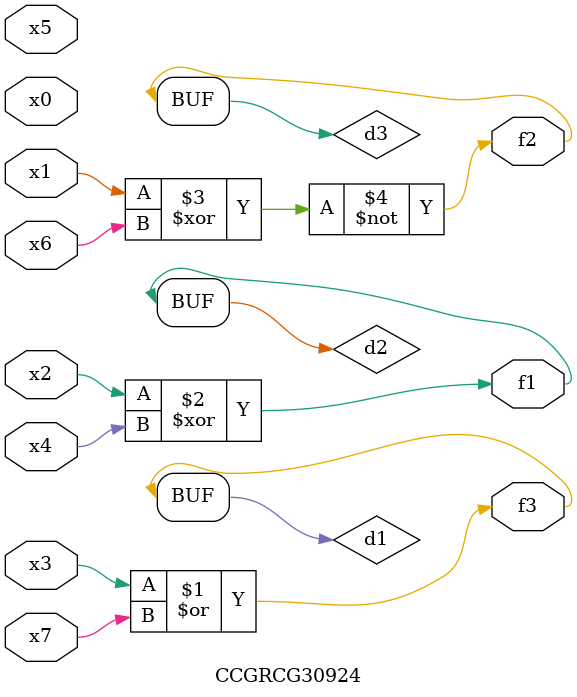
<source format=v>
module CCGRCG30924(
	input x0, x1, x2, x3, x4, x5, x6, x7,
	output f1, f2, f3
);

	wire d1, d2, d3;

	or (d1, x3, x7);
	xor (d2, x2, x4);
	xnor (d3, x1, x6);
	assign f1 = d2;
	assign f2 = d3;
	assign f3 = d1;
endmodule

</source>
